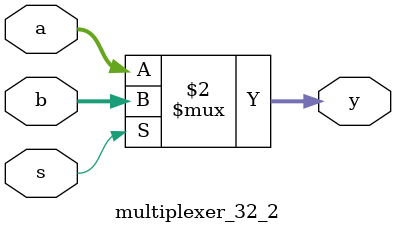
<source format=v>
module multiplexer_32_2(a, b, s, y);

  input [31:0] a, b;
  input s;
  output reg [31:0] y;

  always @(a, b, s)
  begin
    #5 y = s ? b : a;
  end

endmodule
</source>
